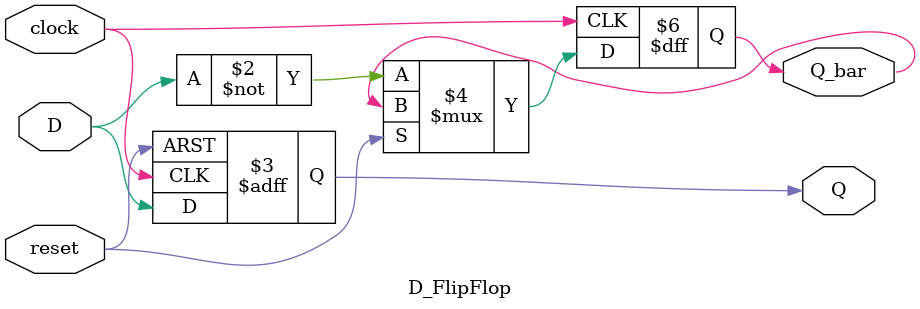
<source format=v>
`timescale 1ns / 1ps
module D_FlipFlop(
	input reset, clock, D,
	output reg Q, Q_bar
    );
	
	always @(negedge clock or posedge reset) 
	begin
		#5
		if(reset)
			begin
				Q <= 1'b0;
			end
		else
			begin
				Q <= D;
				Q_bar <= ~D;
			end
	end

endmodule

</source>
